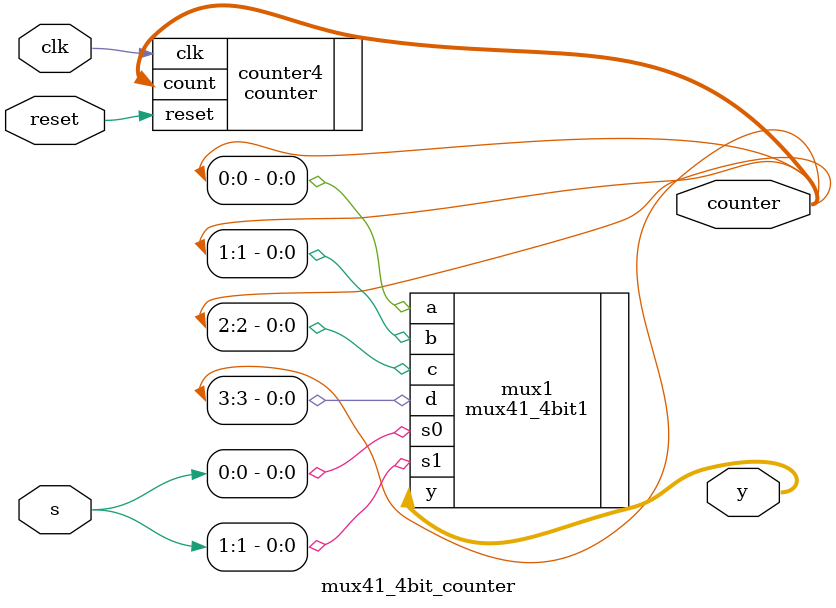
<source format=v>
`timescale 1ns / 1ps
module mux41_4bit_counter(
	 input clk,
	 input reset,
	 input [1:0] s,
	 output [3:0] y,
    output wire [3:0] counter);

counter #(.N(16))
	counter4 (.count(counter), .clk(clk), .reset(reset));
	
mux41_4bit1 mux1 (.s0(s[0]), .s1(s[1]), .a(counter[0]), .b(counter[1]), .c(counter[2]), .d(counter[3]), .y(y));
endmodule

</source>
